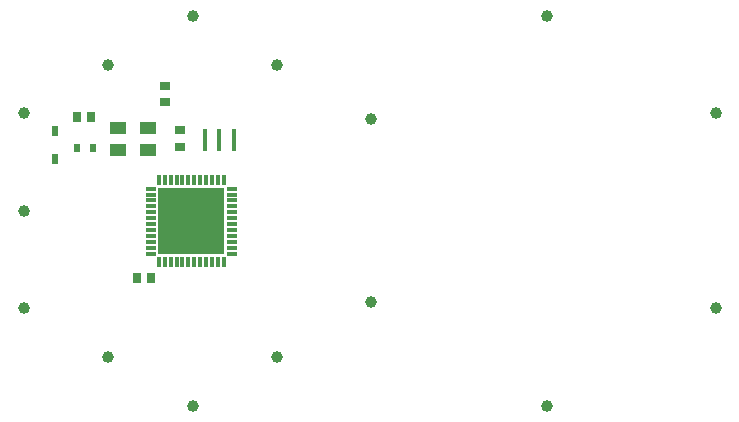
<source format=gbr>
G04*
G04 #@! TF.GenerationSoftware,Altium Limited,Altium Designer,25.8.1 (18)*
G04*
G04 Layer_Color=128*
%FSLAX44Y44*%
%MOMM*%
G71*
G04*
G04 #@! TF.SameCoordinates,E23997CD-C925-4744-B0FB-38551C603FD4*
G04*
G04*
G04 #@! TF.FilePolarity,Positive*
G04*
G01*
G75*
%ADD27R,0.8900X0.6400*%
G04:AMPARAMS|DCode=29|XSize=1mm|YSize=1mm|CornerRadius=0.5mm|HoleSize=0mm|Usage=FLASHONLY|Rotation=30.000|XOffset=0mm|YOffset=0mm|HoleType=Round|Shape=RoundedRectangle|*
%AMROUNDEDRECTD29*
21,1,1.0000,0.0000,0,0,30.0*
21,1,0.0000,1.0000,0,0,30.0*
1,1,1.0000,0.0000,0.0000*
1,1,1.0000,0.0000,0.0000*
1,1,1.0000,0.0000,0.0000*
1,1,1.0000,0.0000,0.0000*
%
%ADD29ROUNDEDRECTD29*%
G04:AMPARAMS|DCode=30|XSize=1mm|YSize=1mm|CornerRadius=0.5mm|HoleSize=0mm|Usage=FLASHONLY|Rotation=90.000|XOffset=0mm|YOffset=0mm|HoleType=Round|Shape=RoundedRectangle|*
%AMROUNDEDRECTD30*
21,1,1.0000,0.0000,0,0,90.0*
21,1,0.0000,1.0000,0,0,90.0*
1,1,1.0000,0.0000,0.0000*
1,1,1.0000,0.0000,0.0000*
1,1,1.0000,0.0000,0.0000*
1,1,1.0000,0.0000,0.0000*
%
%ADD30ROUNDEDRECTD30*%
G04:AMPARAMS|DCode=31|XSize=1mm|YSize=1mm|CornerRadius=0.5mm|HoleSize=0mm|Usage=FLASHONLY|Rotation=330.000|XOffset=0mm|YOffset=0mm|HoleType=Round|Shape=RoundedRectangle|*
%AMROUNDEDRECTD31*
21,1,1.0000,0.0000,0,0,330.0*
21,1,0.0000,1.0000,0,0,330.0*
1,1,1.0000,0.0000,0.0000*
1,1,1.0000,0.0000,0.0000*
1,1,1.0000,0.0000,0.0000*
1,1,1.0000,0.0000,0.0000*
%
%ADD31ROUNDEDRECTD31*%
%ADD56R,0.4001X1.9000*%
%ADD57R,0.8000X0.9500*%
%ADD58R,0.5000X0.9000*%
%ADD59R,5.7000X5.7000*%
%ADD60R,0.6000X0.8000*%
%ADD61R,0.3000X0.8500*%
%ADD62R,1.3970X1.0922*%
%ADD63R,0.8500X0.3000*%
D27*
X-175649Y91907D02*
D03*
X-163237Y54512D02*
D03*
Y68512D02*
D03*
X-175649Y105907D02*
D03*
D29*
X147599Y165199D02*
D03*
Y-165199D02*
D03*
X-152400Y165199D02*
D03*
Y-165199D02*
D03*
X-80899Y123901D02*
D03*
X-223901Y-123901D02*
D03*
D30*
Y123901D02*
D03*
X-1679Y77521D02*
D03*
X290700Y-82601D02*
D03*
X-295468Y82601D02*
D03*
X-1679Y-77521D02*
D03*
X-80899Y-123901D02*
D03*
D31*
X290700Y82601D02*
D03*
X-295468Y-82601D02*
D03*
X-295501Y-0D02*
D03*
D56*
X-129628Y59944D02*
D03*
X-141627D02*
D03*
X-117629D02*
D03*
D57*
X-250537Y79276D02*
D03*
X-199660Y-56777D02*
D03*
X-187160D02*
D03*
X-238036Y79276D02*
D03*
D58*
X-268791Y67347D02*
D03*
Y44348D02*
D03*
D59*
X-153439Y-8661D02*
D03*
D60*
X-236499Y53244D02*
D03*
X-250499D02*
D03*
D61*
X-155938Y25839D02*
D03*
X-160938D02*
D03*
X-165938D02*
D03*
X-180938D02*
D03*
X-175938D02*
D03*
X-170938D02*
D03*
X-135938D02*
D03*
X-130938D02*
D03*
X-125939D02*
D03*
Y-43161D02*
D03*
X-130938D02*
D03*
X-135938D02*
D03*
X-140938D02*
D03*
X-145938D02*
D03*
X-150938D02*
D03*
X-155938D02*
D03*
X-160938D02*
D03*
X-165938D02*
D03*
X-170938D02*
D03*
X-175938D02*
D03*
X-180938D02*
D03*
X-150938Y25839D02*
D03*
X-140938D02*
D03*
X-145938D02*
D03*
D62*
X-190148Y51398D02*
D03*
X-215300Y51288D02*
D03*
Y69830D02*
D03*
X-190148Y69940D02*
D03*
D63*
X-118938Y13839D02*
D03*
Y18839D02*
D03*
Y8840D02*
D03*
Y3839D02*
D03*
Y-1160D02*
D03*
Y-6161D02*
D03*
Y-11161D02*
D03*
Y-16161D02*
D03*
Y-21161D02*
D03*
Y-26161D02*
D03*
Y-31161D02*
D03*
Y-36161D02*
D03*
X-187938D02*
D03*
Y-31161D02*
D03*
Y-26161D02*
D03*
Y-21161D02*
D03*
Y-16161D02*
D03*
Y-11161D02*
D03*
Y-6161D02*
D03*
Y-1160D02*
D03*
Y3839D02*
D03*
Y8840D02*
D03*
Y13839D02*
D03*
Y18839D02*
D03*
M02*

</source>
